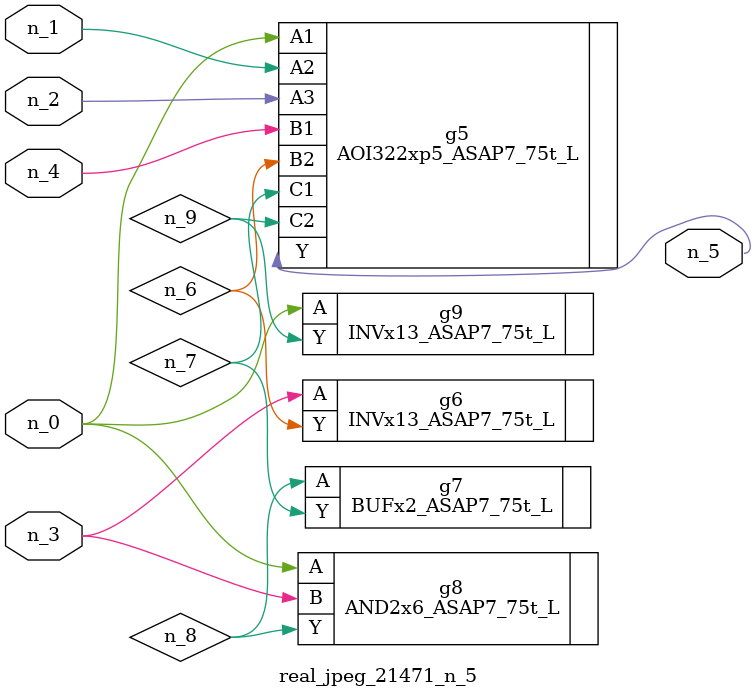
<source format=v>
module real_jpeg_21471_n_5 (n_4, n_0, n_1, n_2, n_3, n_5);

input n_4;
input n_0;
input n_1;
input n_2;
input n_3;

output n_5;

wire n_8;
wire n_6;
wire n_7;
wire n_9;

AOI322xp5_ASAP7_75t_L g5 ( 
.A1(n_0),
.A2(n_1),
.A3(n_2),
.B1(n_4),
.B2(n_6),
.C1(n_7),
.C2(n_9),
.Y(n_5)
);

AND2x6_ASAP7_75t_L g8 ( 
.A(n_0),
.B(n_3),
.Y(n_8)
);

INVx13_ASAP7_75t_L g9 ( 
.A(n_0),
.Y(n_9)
);

INVx13_ASAP7_75t_L g6 ( 
.A(n_3),
.Y(n_6)
);

BUFx2_ASAP7_75t_L g7 ( 
.A(n_8),
.Y(n_7)
);


endmodule
</source>
